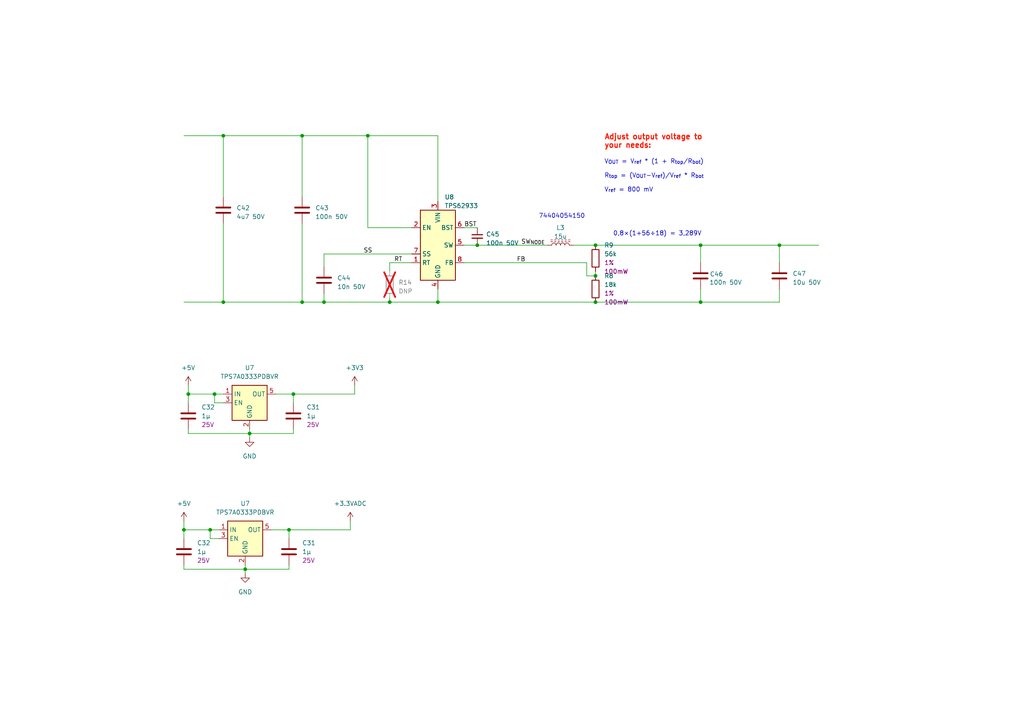
<source format=kicad_sch>
(kicad_sch (version 20230121) (generator eeschema)
  (paper "A4")
  (lib_symbols
    (symbol "Device:C" (pin_numbers hide) (pin_names (offset 0.254))
      (property "Reference" "C" (at 0.635 2.54 0))
      (property "Value" "C" (at 0.635 -2.54 0))
      (symbol "C_0_1"
        (polyline (pts (xy -2.032 -0.762) (xy 2.032 -0.762)) (stroke (width 0.508)))
        (polyline (pts (xy -2.032 0.762) (xy 2.032 0.762)) (stroke (width 0.508)))
      )
      (symbol "C_1_1"
        (pin passive line (at 0 3.81 270) (length 2.794) (name "~") (number "1"))
        (pin passive line (at 0 -3.81 90) (length 2.794) (name "~") (number "2"))
      )
    )
    (symbol "Device:C_Small" (pin_numbers hide) (pin_names (offset 0.254) hide)
      (property "Reference" "C" (at 0.254 1.778 0))
      (property "Value" "C_Small" (at 0.254 -2.032 0))
      (symbol "C_Small_0_1"
        (polyline (pts (xy -1.524 -0.508) (xy 1.524 -0.508)) (stroke (width 0.3302)))
        (polyline (pts (xy -1.524 0.508) (xy 1.524 0.508)) (stroke (width 0.3048)))
      )
      (symbol "C_Small_1_1"
        (pin passive line (at 0 2.54 270) (length 2.032) (name "~") (number "1"))
        (pin passive line (at 0 -2.54 90) (length 2.032) (name "~") (number "2"))
      )
    )
    (symbol "Device:L_Ferrite" (pin_numbers hide) (pin_names (offset 1.016) hide)
      (property "Reference" "L" (at -1.27 0 90))
      (property "Value" "L_Ferrite" (at 2.794 0 90))
      (symbol "L_Ferrite_0_1"
        (arc (start 0 -2.54) (mid 0.6323 -1.905) (end 0 -1.27))
        (arc (start 0 -1.27) (mid 0.6323 -0.635) (end 0 0))
        (polyline (pts (xy 1.016 -2.794) (xy 1.016 -2.286)))
        (polyline (pts (xy 1.016 -1.778) (xy 1.016 -1.27)))
        (polyline (pts (xy 1.016 -0.762) (xy 1.016 -0.254)))
        (polyline (pts (xy 1.016 0.254) (xy 1.016 0.762)))
        (polyline (pts (xy 1.016 1.27) (xy 1.016 1.778)))
        (polyline (pts (xy 1.016 2.286) (xy 1.016 2.794)))
        (polyline (pts (xy 1.524 -2.286) (xy 1.524 -2.794)))
        (polyline (pts (xy 1.524 -1.27) (xy 1.524 -1.778)))
        (polyline (pts (xy 1.524 -0.254) (xy 1.524 -0.762)))
        (polyline (pts (xy 1.524 0.762) (xy 1.524 0.254)))
        (polyline (pts (xy 1.524 1.778) (xy 1.524 1.27)))
        (polyline (pts (xy 1.524 2.794) (xy 1.524 2.286)))
        (arc (start 0 0) (mid 0.6323 0.635) (end 0 1.27))
        (arc (start 0 1.27) (mid 0.6323 1.905) (end 0 2.54))
      )
      (symbol "L_Ferrite_1_1"
        (pin passive line (at 0 3.81 270) (length 1.27) (name "1") (number "1"))
        (pin passive line (at 0 -3.81 90) (length 1.27) (name "2") (number "2"))
      )
    )
    (symbol "Device:R" (pin_numbers hide) (pin_names (offset 0))
      (property "Reference" "R" (at 2.032 0 90))
      (property "Value" "R" (at 0 0 90))
      (symbol "R_0_1"
        (rectangle (start -1.016 -2.54) (end 1.016 2.54) (stroke (width 0.254)))
      )
      (symbol "R_1_1"
        (pin passive line (at 0 3.81 270) (length 1.27) (name "~") (number "1"))
        (pin passive line (at 0 -3.81 90) (length 1.27) (name "~") (number "2"))
      )
    )
    (symbol "ETI_lib:Capacitor_0603/EBS10417" (pin_numbers hide) (pin_names (offset 0.254))
      (property "Reference" "C" (at 0.635 2.54 0))
      (property "Value" "1µ" (at 0.635 -2.54 0))
      (property "Voltage" "25V" (at 0 0 0))
      (symbol "Capacitor_0603/EBS10417_0_1"
        (polyline (pts (xy -2.032 -0.762) (xy 2.032 -0.762)) (stroke (width 0.508)))
        (polyline (pts (xy -2.032 0.762) (xy 2.032 0.762)) (stroke (width 0.508)))
      )
      (symbol "Capacitor_0603/EBS10417_1_1"
        (pin passive line (at 0 3.81 270) (length 2.794) (name "~") (number "1"))
        (pin passive line (at 0 -3.81 90) (length 2.794) (name "~") (number "2"))
      )
    )
    (symbol "ETI_lib:Resistor_0603/EBS12928" (pin_numbers hide) (pin_names (offset 0))
      (property "Reference" "R" (at 2.032 0 90))
      (property "Value" "18k" (at 0 0 90))
      (property "Tolerance" "1%" (at 0 0 0))
      (property "Power" "100mW" (at 0 0 0))
      (symbol "Resistor_0603/EBS12928_0_1"
        (rectangle (start -1.016 -2.54) (end 1.016 2.54) (stroke (width 0.254)))
      )
      (symbol "Resistor_0603/EBS12928_1_1"
        (pin passive line (at 0 3.81 270) (length 1.27) (name "~") (number "1"))
        (pin passive line (at 0 -3.81 90) (length 1.27) (name "~") (number "2"))
      )
    )
    (symbol "ETI_lib:Resistor_0603/EBS12934" (pin_numbers hide) (pin_names (offset 0))
      (property "Reference" "R" (at 2.032 0 90))
      (property "Value" "56k" (at 0 0 90))
      (property "Tolerance" "1%" (at 0 0 0))
      (property "Power" "100mW" (at 0 0 0))
      (symbol "Resistor_0603/EBS12934_0_1"
        (rectangle (start -1.016 -2.54) (end 1.016 2.54) (stroke (width 0.254)))
      )
      (symbol "Resistor_0603/EBS12934_1_1"
        (pin passive line (at 0 3.81 270) (length 1.27) (name "~") (number "1"))
        (pin passive line (at 0 -3.81 90) (length 1.27) (name "~") (number "2"))
      )
    )
    (symbol "Regulator_Linear:TPS7A0533PDBV"
      (property "Reference" "U" (at -3.81 6.35 0))
      (property "Value" "TPS7A0533PDBV" (at 6.35 6.35 0))
      (symbol "TPS7A0533PDBV_0_1"
        (rectangle (start -5.08 -5.08) (end 5.08 5.08) (stroke (width 0.254)) (fill (type background)))
        (pin power_in line (at -7.62 2.54 0) (length 2.54) (name "IN") (number "1"))
        (pin power_in line (at 0 -7.62 90) (length 2.54) (name "GND") (number "2"))
        (pin input line (at -7.62 0 0) (length 2.54) (name "EN") (number "3"))
        (pin no_connect line (at 5.08 0 180) (length 2.54) hide (name "NC") (number "4"))
        (pin power_out line (at 7.62 2.54 180) (length 2.54) (name "OUT") (number "5"))
      )
    )
    (symbol "Regulator_Switching:TPS62933"
      (property "Reference" "U" (at 3.81 10.795 0))
      (property "Value" "TPS62933" (at -8.255 12.065 0))
      (symbol "TPS62933_0_1"
        (rectangle (start -5.08 10.16) (end 5.08 -10.16) (stroke (width 0.254)) (fill (type background)))
      )
      (symbol "TPS62933_1_1"
        (pin passive line (at -7.62 -5.08 0) (length 2.54) (name "RT") (number "1"))
        (pin input line (at -7.62 5.08 0) (length 2.54) (name "EN") (number "2"))
        (pin power_in line (at 0 12.7 270) (length 2.54) (name "VIN") (number "3"))
        (pin power_in line (at 0 -12.7 90) (length 2.54) (name "GND") (number "4"))
        (pin output line (at 7.62 0 180) (length 2.54) (name "SW") (number "5"))
        (pin passive line (at 7.62 5.08 180) (length 2.54) (name "BST") (number "6"))
        (pin passive line (at -7.62 -2.54 0) (length 2.54) (name "SS") (number "7"))
        (pin input line (at 7.62 -5.08 180) (length 2.54) (name "FB") (number "8"))
      )
    )
    (symbol "power:+3.3VADC" (power) (pin_names (offset 0))
      (property "Value" "+3.3VADC" (at 0 2.54 0))
      (symbol "+3.3VADC_0_0"
        (pin power_in line (at 0 0 90) (length 0) hide (name "+3.3VADC") (number "1"))
      )
      (symbol "+3.3VADC_0_1"
        (polyline (pts (xy -0.762 1.27) (xy 0 2.54)))
        (polyline (pts (xy 0 0) (xy 0 2.54)))
        (polyline (pts (xy 0 2.54) (xy 0.762 1.27)))
      )
    )
    (symbol "power:+3V3" (power) (pin_names (offset 0))
      (property "Value" "+3V3" (at 0 3.556 0))
      (symbol "+3V3_0_1"
        (polyline (pts (xy -0.762 1.27) (xy 0 2.54)))
        (polyline (pts (xy 0 0) (xy 0 2.54)))
        (polyline (pts (xy 0 2.54) (xy 0.762 1.27)))
      )
      (symbol "+3V3_1_1"
        (pin power_in line (at 0 0 90) (length 0) hide (name "+3V3") (number "1"))
      )
    )
    (symbol "power:+5V" (power) (pin_names (offset 0))
      (property "Value" "+5V" (at 0 3.556 0))
      (symbol "+5V_0_1"
        (polyline (pts (xy -0.762 1.27) (xy 0 2.54)))
        (polyline (pts (xy 0 0) (xy 0 2.54)))
        (polyline (pts (xy 0 2.54) (xy 0.762 1.27)))
      )
      (symbol "+5V_1_1"
        (pin power_in line (at 0 0 90) (length 0) hide (name "+5V") (number "1"))
      )
    )
    (symbol "power:GND" (power) (pin_names (offset 0))
      (property "Value" "GND" (at 0 -3.81 0))
      (symbol "GND_0_1"
        (polyline (pts (xy 0 0) (xy 0 -1.27) (xy 1.27 -1.27) (xy 0 -2.54) (xy -1.27 -1.27) (xy 0 -1.27)))
      )
      (symbol "GND_1_1"
        (pin power_in line (at 0 0 270) (length 0) hide (name "GND") (number "1"))
      )
    )
  )
  (junction (at 172.72 71.12))
  (junction (at 87.63 87.63))
  (junction (at 64.77 87.63))
  (junction (at 60.96 153.67))
  (junction (at 106.68 39.37))
  (junction (at 226.06 71.12))
  (junction (at 54.61 114.3))
  (junction (at 62.23 114.3))
  (junction (at 138.43 71.12))
  (junction (at 172.72 87.63))
  (junction (at 93.98 87.63))
  (junction (at 203.2 87.63))
  (junction (at 85.09 114.3))
  (junction (at 113.03 87.63))
  (junction (at 172.72 80.01))
  (junction (at 71.12 165.1))
  (junction (at 72.39 125.73))
  (junction (at 53.34 153.67))
  (junction (at 64.77 39.37))
  (junction (at 127 87.63))
  (junction (at 83.82 153.67))
  (junction (at 203.2 71.12))
  (junction (at 87.63 39.37))
  (wire (pts (xy 172.72 71.12) (xy 203.2 71.12)))
  (wire (pts (xy 127 87.63) (xy 172.72 87.63)))
  (wire (pts (xy 113.03 76.2) (xy 113.03 78.74)))
  (wire (pts (xy 127 58.42) (xy 127 39.37)))
  (wire (pts (xy 83.82 153.67) (xy 101.6 153.67)))
  (wire (pts (xy 53.34 153.67) (xy 60.96 153.67)))
  (wire (pts (xy 203.2 83.82) (xy 203.2 87.63)))
  (wire (pts (xy 102.87 111.76) (xy 102.87 114.3)))
  (wire (pts (xy 54.61 111.76) (xy 54.61 114.3)))
  (wire (pts (xy 172.72 78.74) (xy 172.72 80.01)))
  (wire (pts (xy 71.12 163.83) (xy 71.12 165.1)))
  (wire (pts (xy 64.77 39.37) (xy 64.77 57.15)))
  (wire (pts (xy 127 83.82) (xy 127 87.63)))
  (wire (pts (xy 78.74 153.67) (xy 83.82 153.67)))
  (wire (pts (xy 138.43 71.12) (xy 158.75 71.12)))
  (wire (pts (xy 72.39 125.73) (xy 54.61 125.73)))
  (wire (pts (xy 203.2 87.63) (xy 226.06 87.63)))
  (wire (pts (xy 85.09 114.3) (xy 85.09 116.84)))
  (wire (pts (xy 127 39.37) (xy 106.68 39.37)))
  (wire (pts (xy 101.6 151.13) (xy 101.6 153.67)))
  (wire (pts (xy 53.34 156.21) (xy 53.34 153.67)))
  (wire (pts (xy 113.03 87.63) (xy 127 87.63)))
  (wire (pts (xy 72.39 124.46) (xy 72.39 125.73)))
  (wire (pts (xy 62.23 114.3) (xy 64.77 114.3)))
  (wire (pts (xy 87.63 87.63) (xy 93.98 87.63)))
  (wire (pts (xy 134.62 71.12) (xy 138.43 71.12)))
  (wire (pts (xy 226.06 76.2) (xy 226.06 71.12)))
  (wire (pts (xy 93.98 73.66) (xy 119.38 73.66)))
  (wire (pts (xy 203.2 71.12) (xy 226.06 71.12)))
  (wire (pts (xy 62.23 116.84) (xy 62.23 114.3)))
  (wire (pts (xy 54.61 114.3) (xy 62.23 114.3)))
  (wire (pts (xy 60.96 156.21) (xy 60.96 153.67)))
  (wire (pts (xy 93.98 85.09) (xy 93.98 87.63)))
  (wire (pts (xy 64.77 64.77) (xy 64.77 87.63)))
  (wire (pts (xy 166.37 71.12) (xy 172.72 71.12)))
  (wire (pts (xy 134.62 76.2) (xy 170.18 76.2)))
  (wire (pts (xy 60.96 153.67) (xy 63.5 153.67)))
  (wire (pts (xy 53.34 165.1) (xy 53.34 163.83)))
  (wire (pts (xy 64.77 39.37) (xy 87.63 39.37)))
  (wire (pts (xy 113.03 86.36) (xy 113.03 87.63)))
  (wire (pts (xy 87.63 39.37) (xy 87.63 57.15)))
  (wire (pts (xy 106.68 66.04) (xy 119.38 66.04)))
  (wire (pts (xy 87.63 39.37) (xy 106.68 39.37)))
  (wire (pts (xy 203.2 76.2) (xy 203.2 71.12)))
  (wire (pts (xy 53.34 87.63) (xy 64.77 87.63)))
  (wire (pts (xy 83.82 165.1) (xy 71.12 165.1)))
  (wire (pts (xy 72.39 125.73) (xy 72.39 127)))
  (wire (pts (xy 226.06 83.82) (xy 226.06 87.63)))
  (wire (pts (xy 83.82 153.67) (xy 83.82 156.21)))
  (wire (pts (xy 71.12 165.1) (xy 53.34 165.1)))
  (wire (pts (xy 170.18 76.2) (xy 170.18 80.01)))
  (wire (pts (xy 106.68 39.37) (xy 106.68 66.04)))
  (wire (pts (xy 226.06 71.12) (xy 237.49 71.12)))
  (wire (pts (xy 64.77 87.63) (xy 87.63 87.63)))
  (wire (pts (xy 170.18 80.01) (xy 172.72 80.01)))
  (wire (pts (xy 64.77 116.84) (xy 62.23 116.84)))
  (wire (pts (xy 93.98 77.47) (xy 93.98 73.66)))
  (wire (pts (xy 134.62 66.04) (xy 138.43 66.04)))
  (wire (pts (xy 63.5 156.21) (xy 60.96 156.21)))
  (wire (pts (xy 83.82 163.83) (xy 83.82 165.1)))
  (wire (pts (xy 53.34 151.13) (xy 53.34 153.67)))
  (wire (pts (xy 54.61 116.84) (xy 54.61 114.3)))
  (wire (pts (xy 87.63 64.77) (xy 87.63 87.63)))
  (wire (pts (xy 71.12 165.1) (xy 71.12 166.37)))
  (wire (pts (xy 172.72 87.63) (xy 203.2 87.63)))
  (wire (pts (xy 53.34 39.37) (xy 64.77 39.37)))
  (wire (pts (xy 80.01 114.3) (xy 85.09 114.3)))
  (wire (pts (xy 93.98 87.63) (xy 113.03 87.63)))
  (wire (pts (xy 85.09 125.73) (xy 72.39 125.73)))
  (wire (pts (xy 85.09 124.46) (xy 85.09 125.73)))
  (wire (pts (xy 54.61 125.73) (xy 54.61 124.46)))
  (wire (pts (xy 119.38 76.2) (xy 113.03 76.2)))
  (wire (pts (xy 85.09 114.3) (xy 102.87 114.3)))
  (text "0,8×(1+56÷18) = 3,289V" (at 177.8 68.58 0) (effects (font (size 1.27 1.27)) (justify left bottom)))
  (text "Adjust output voltage to\nyour needs:\n" (at 175.26 43.18 0) (effects (font (size 1.524 1.524) (thickness 0.3048) bold) (justify left bottom)))
  (text "V_{OUT} = V_{ref} * (1 + R_{top}/R_{bot})\n\nR_{top} = (V_{OUT}-V_{ref})/V_{ref} * R_{bot}\n\nV_{ref} = 800 mV" (at 175.26 55.88 0) (effects (font (size 1.27 1.27)) (justify left bottom)))
  (text "74404054150" (at 156.21 63.5 0) (effects (font (size 1.27 1.27)) (justify left bottom)))
  (label "FB" (at 149.86 76.2 0))
  (label "BST" (at 134.62 66.04 0))
  (label "RT" (at 114.3 76.2 0))
  (label "SS" (at 105.41 73.66 0))
  (label "SW_{NODE}" (at 151.13 71.12 0))
  (symbol (lib_id "power:+3.3VADC") (at 101.6 151.13 0) (unit 1)
    (property "Reference" "#PWR052" (effects hide))
    (property "Value" "+3.3VADC" (at 101.6 146.05 0))
    (instances (project "PVBatteryInverter_Mainboard" (path "" (reference "#PWR052") (unit 1)) (path "" (reference "#PWR051") (unit 1))))
  )
  (symbol (lib_id "Regulator_Linear:TPS7A0533PDBV") (at 71.12 156.21 0) (unit 1)
    (property "Reference" "U7" (at 71.12 146.05 0))
    (property "Value" "TPS7A0333PDBVR" (at 71.12 148.59 0))
    (property "Footprint" "Package_TO_SOT_SMD:SOT-23-5" (effects hide))
    (property "Datasheet" "https://www.ti.com/lit/ds/symlink/tps7a05.pdf" (effects hide))
  )
  (symbol (lib_id "power:GND") (at 71.12 166.37 0) (unit 1)
    (property "Reference" "#PWR035" (effects hide))
    (property "Value" "GND" (at 71.12 171.704 0))
  )
  (symbol (lib_id "Device:C") (at 64.77 60.96 0) (unit 1)
    (property "Reference" "C42" (at 68.58 60.325 0) (effects (justify left)))
    (property "Value" "4u7 50V" (at 68.58 62.865 0) (effects (justify left)))
    (property "Footprint" "Capacitor_SMD:C_1206_3216Metric" (effects hide))
    (instances (project "PVBatteryInverter_Mainboard" (path "" (reference "C42") (unit 1))) (project "Aux_Buck_Regulator" (path "" (reference "C?") (unit 1))) (project "GaNius_Isolated_Supply" (path "" (reference "C?") (unit 1)) (path "" (reference "C?") (unit 1)) (path "" (reference "C701") (unit 1)) (path "" (reference "C801") (unit 1))))
  )
  (symbol (lib_id "Device:C") (at 226.06 80.01 0) (unit 1)
    (property "Reference" "C47" (at 229.87 79.375 0) (effects (justify left)))
    (property "Value" "10u 50V" (at 229.87 81.915 0) (effects (justify left)))
    (property "Footprint" "Capacitor_SMD:C_1206_3216Metric" (effects hide))
    (instances (project "PVBatteryInverter_Mainboard" (path "" (reference "C47") (unit 1))) (project "Aux_Buck_Regulator" (path "" (reference "C?") (unit 1))) (project "GaNius_Isolated_Supply" (path "" (reference "C?") (unit 1)) (path "" (reference "C?") (unit 1)) (path "" (reference "C706") (unit 1)) (path "" (reference "C806") (unit 1))))
  )
  (symbol (lib_id "power:+5V") (at 54.61 111.76 0) (unit 1)
    (property "Reference" "#PWR025" (effects hide))
    (property "Value" "+5V" (at 54.61 106.68 0))
    (instances (project "PVBatteryInverter_Mainboard" (path "" (reference "#PWR025") (unit 1)) (path "" (reference "#PWR049") (unit 1))))
  )
  (symbol (lib_id "Device:R") (at 113.03 82.55 0) (unit 1) (dnp yes)
    (property "Reference" "R14" (at 115.57 81.915 0) (effects (justify left)))
    (property "Value" "DNP" (at 115.57 84.455 0) (effects (justify left)))
    (property "Footprint" "Resistor_SMD:R_0603_1608Metric" (effects hide))
    (instances (project "PVBatteryInverter_Mainboard" (path "" (reference "R14") (unit 1))) (project "Aux_Buck_Regulator" (path "" (reference "R?") (unit 1))) (project "GaNius_Isolated_Supply" (path "" (reference "R?") (unit 1)) (path "" (reference "R?") (unit 1)) (path "" (reference "R701") (unit 1)) (path "" (reference "R801") (unit 1))))
  )
  (symbol (lib_id "ETI_lib:Resistor_0603/EBS12928") (at 172.72 83.82 0) (unit 1)
    (property "Reference" "R8" (at 175.26 80.01 0) (effects (justify left)))
    (property "Value" "18k" (at 175.26 82.55 0) (effects (justify left)))
    (property "Footprint" "Resistor_SMD:R_0603_1608Metric" (effects hide))
    (property "EBS-URL" "https://ebs.eti.kit.edu/Artikel/12928" (effects hide))
    (property "Tolerance" "1%" (at 175.26 85.09 0) (effects (justify left)))
    (property "Power" "100mW" (at 175.26 87.63 0) (effects (justify left)))
    (property "StoragePosition" "STATIC A/H/40" (effects hide))
    (property "StorageQuantity" "4785" (effects hide))
    (property "LatestOrderId" "ETI SM 20/246" (effects hide))
    (property "LatestOrderDate" "23-05-2020" (effects hide))
    (property "LatestOrderBy" "Stefan Mersche" (effects hide))
    (property "LatestPrice" "0.00175 €" (effects hide))
    (property "LatestOrderQuantity" "5000.00" (effects hide))
  )
  (symbol (lib_id "ETI_lib:Capacitor_0603/EBS10417") (at 54.61 120.65 0) (unit 1)
    (property "Reference" "C32" (at 58.42 118.11 0) (effects (justify left)))
    (property "Value" "1µ" (at 58.42 120.65 0) (effects (justify left)))
    (property "Footprint" "Capacitor_SMD:C_0603_1608Metric" (effects hide))
    (property "EBS-URL" "https://ebs.eti.kit.edu/Artikel/10417" (effects hide))
    (property "Voltage" "25V" (at 58.42 123.19 0) (effects (justify left)))
    (property "Dielectric" "-" (effects hide))
    (property "Tolerance" "10%" (effects hide))
    (property "StoragePosition" "STATIC A/A/28" (effects hide))
    (property "StorageQuantity" "4000" (effects hide))
    (property "LatestOrderId" "ETI FR 22/148" (effects hide))
    (property "LatestOrderDate" "25-02-2022" (effects hide))
    (property "LatestOrderBy" "Nikolas Menger" (effects hide))
    (property "LatestPrice" "0.00659 €" (effects hide))
    (property "LatestOrderQuantity" "4000.00" (effects hide))
    (instances (project "PVBatteryInverter_Mainboard" (path "" (reference "C32") (unit 1)) (path "" (reference "C36") (unit 1))))
  )
  (symbol (lib_id "ETI_lib:Capacitor_0603/EBS10417") (at 85.09 120.65 0) (unit 1)
    (property "Reference" "C31" (at 88.9 118.11 0) (effects (justify left)))
    (property "Value" "1µ" (at 88.9 120.65 0) (effects (justify left)))
    (property "Footprint" "Capacitor_SMD:C_0603_1608Metric" (effects hide))
    (property "EBS-URL" "https://ebs.eti.kit.edu/Artikel/10417" (effects hide))
    (property "Voltage" "25V" (at 88.9 123.19 0) (effects (justify left)))
    (property "Dielectric" "-" (effects hide))
    (property "Tolerance" "10%" (effects hide))
    (property "StoragePosition" "STATIC A/A/28" (effects hide))
    (property "StorageQuantity" "4000" (effects hide))
    (property "LatestOrderId" "ETI FR 22/148" (effects hide))
    (property "LatestOrderDate" "25-02-2022" (effects hide))
    (property "LatestOrderBy" "Nikolas Menger" (effects hide))
    (property "LatestPrice" "0.00659 €" (effects hide))
    (property "LatestOrderQuantity" "4000.00" (effects hide))
    (instances (project "PVBatteryInverter_Mainboard" (path "" (reference "C31") (unit 1)) (path "" (reference "C37") (unit 1))))
  )
  (symbol (lib_id "ETI_lib:Resistor_0603/EBS12934") (at 172.72 74.93 0) (unit 1)
    (property "Reference" "R9" (at 175.26 71.12 0) (effects (justify left)))
    (property "Value" "56k" (at 175.26 73.66 0) (effects (justify left)))
    (property "Footprint" "Resistor_SMD:R_0603_1608Metric" (effects hide))
    (property "EBS-URL" "https://ebs.eti.kit.edu/Artikel/12934" (effects hide))
    (property "Tolerance" "1%" (at 175.26 76.2 0) (effects (justify left)))
    (property "Power" "100mW" (at 175.26 78.74 0) (effects (justify left)))
    (property "StoragePosition" "STATIC A/G/26" (effects hide))
    (property "StorageQuantity" "5000" (effects hide))
    (property "LatestOrderId" "ETI SM 20/246" (effects hide))
    (property "LatestOrderDate" "23-05-2020" (effects hide))
    (property "LatestOrderBy" "Stefan Mersche" (effects hide))
    (property "LatestPrice" "0.00175 €" (effects hide))
    (property "LatestOrderQuantity" "5000.00" (effects hide))
  )
  (symbol (lib_id "Device:L_Ferrite") (at 162.56 71.12 90) (unit 1)
    (property "Reference" "L3" (at 162.56 66.04 90))
    (property "Value" "15u" (at 162.56 68.58 90))
    (property "Footprint" "Inductor_SMD:L_Wuerth_WE-LQS-Typ-5040" (effects hide))
    (instances (project "PVBatteryInverter_Mainboard" (path "" (reference "L3") (unit 1))) (project "Aux_Buck_Regulator" (path "" (reference "L?") (unit 1))) (project "GaNius_Isolated_Supply" (path "" (reference "L?") (unit 1)) (path "" (reference "L?") (unit 1)) (path "" (reference "L701") (unit 1)) (path "" (reference "L801") (unit 1))))
  )
  (symbol (lib_id "ETI_lib:Capacitor_0603/EBS10417") (at 53.34 160.02 0) (unit 1)
    (property "Reference" "C32" (at 57.15 157.48 0) (effects (justify left)))
    (property "Value" "1µ" (at 57.15 160.02 0) (effects (justify left)))
    (property "Footprint" "Capacitor_SMD:C_0603_1608Metric" (effects hide))
    (property "EBS-URL" "https://ebs.eti.kit.edu/Artikel/10417" (effects hide))
    (property "Voltage" "25V" (at 57.15 162.56 0) (effects (justify left)))
    (property "Dielectric" "-" (effects hide))
    (property "Tolerance" "10%" (effects hide))
    (property "StoragePosition" "STATIC A/A/28" (effects hide))
    (property "StorageQuantity" "4000" (effects hide))
    (property "LatestOrderId" "ETI FR 22/148" (effects hide))
    (property "LatestOrderDate" "25-02-2022" (effects hide))
    (property "LatestOrderBy" "Nikolas Menger" (effects hide))
    (property "LatestPrice" "0.00659 €" (effects hide))
    (property "LatestOrderQuantity" "4000.00" (effects hide))
    (instances (project "PVBatteryInverter_Mainboard" (path "" (reference "C32") (unit 1)) (path "" (reference "C31") (unit 1))))
  )
  (symbol (lib_id "Device:C") (at 203.2 80.01 0) (unit 1)
    (property "Reference" "C46" (at 205.867 79.502 0) (effects (justify left)))
    (property "Value" "100n 50V" (at 205.74 81.915 0) (effects (justify left)))
    (property "Footprint" "Capacitor_SMD:C_0603_1608Metric" (effects hide))
    (instances (project "PVBatteryInverter_Mainboard" (path "" (reference "C46") (unit 1))) (project "Aux_Buck_Regulator" (path "" (reference "C?") (unit 1))) (project "GaNius_Isolated_Supply" (path "" (reference "C?") (unit 1)) (path "" (reference "C?") (unit 1)) (path "" (reference "C705") (unit 1)) (path "" (reference "C805") (unit 1))))
  )
  (symbol (lib_id "Device:C") (at 93.98 81.28 0) (unit 1)
    (property "Reference" "C44" (at 97.79 80.645 0) (effects (justify left)))
    (property "Value" "10n 50V" (at 97.79 83.185 0) (effects (justify left)))
    (property "Footprint" "Capacitor_SMD:C_0603_1608Metric" (effects hide))
    (instances (project "PVBatteryInverter_Mainboard" (path "" (reference "C44") (unit 1))) (project "Aux_Buck_Regulator" (path "" (reference "C?") (unit 1))) (project "GaNius_Isolated_Supply" (path "" (reference "C?") (unit 1)) (path "" (reference "C?") (unit 1)) (path "" (reference "C703") (unit 1)) (path "" (reference "C803") (unit 1))))
  )
  (symbol (lib_id "power:+3V3") (at 102.87 111.76 0) (unit 1)
    (property "Reference" "#PWR053" (effects hide))
    (property "Value" "+3V3" (at 102.87 106.68 0))
  )
  (symbol (lib_id "power:+5V") (at 53.34 151.13 0) (unit 1)
    (property "Reference" "#PWR025" (effects hide))
    (property "Value" "+5V" (at 53.34 146.05 0))
    (instances (project "PVBatteryInverter_Mainboard" (path "" (reference "#PWR025") (unit 1)) (path "" (reference "#PWR050") (unit 1))))
  )
  (symbol (lib_id "Device:C_Small") (at 138.43 68.58 0) (unit 1)
    (property "Reference" "C45" (at 140.97 67.9513 0) (effects (justify left)))
    (property "Value" "100n 50V" (at 140.97 70.4913 0) (effects (justify left)))
    (property "Footprint" "Capacitor_SMD:C_0603_1608Metric" (effects hide))
    (instances (project "PVBatteryInverter_Mainboard" (path "" (reference "C45") (unit 1))) (project "Aux_Buck_Regulator" (path "" (reference "C?") (unit 1))) (project "GaNius_Isolated_Supply" (path "" (reference "C?") (unit 1)) (path "" (reference "C?") (unit 1)) (path "" (reference "C704") (unit 1)) (path "" (reference "C804") (unit 1))))
  )
  (symbol (lib_id "Regulator_Linear:TPS7A0533PDBV") (at 72.39 116.84 0) (unit 1)
    (property "Reference" "U7" (at 72.39 106.68 0))
    (property "Value" "TPS7A0333PDBVR" (at 72.39 109.22 0))
    (property "Footprint" "Package_TO_SOT_SMD:SOT-23-5" (effects hide))
    (property "Datasheet" "https://www.ti.com/lit/ds/symlink/tps7a05.pdf" (effects hide))
    (instances (project "PVBatteryInverter_Mainboard" (path "" (reference "U7") (unit 1)) (path "" (reference "U9") (unit 1))))
  )
  (symbol (lib_id "power:GND") (at 72.39 127 0) (unit 1)
    (property "Reference" "#PWR035" (effects hide))
    (property "Value" "GND" (at 72.39 132.334 0))
    (instances (project "PVBatteryInverter_Mainboard" (path "" (reference "#PWR035") (unit 1)) (path "" (reference "#PWR047") (unit 1))))
  )
  (symbol (lib_id "Regulator_Switching:TPS62933") (at 127 71.12 0) (unit 1)
    (property "Reference" "U8" (at 128.9559 57.15 0) (effects (justify left)))
    (property "Value" "TPS62933" (at 128.9559 59.69 0) (effects (justify left)))
    (property "Footprint" "Package_TO_SOT_SMD:SOT-583-8" (effects hide))
    (property "Datasheet" "https://www.ti.com/lit/ds/symlink/tps62933.pdf" (effects hide))
    (instances (project "PVBatteryInverter_Mainboard" (path "" (reference "U8") (unit 1))) (project "Aux_Buck_Regulator" (path "" (reference "U?") (unit 1))) (project "GaNius_Isolated_Supply" (path "" (reference "U?") (unit 1)) (path "" (reference "U?") (unit 1)) (path "" (reference "U701") (unit 1)) (path "" (reference "U801") (unit 1))))
  )
  (symbol (lib_id "ETI_lib:Capacitor_0603/EBS10417") (at 83.82 160.02 0) (unit 1)
    (property "Reference" "C31" (at 87.63 157.48 0) (effects (justify left)))
    (property "Value" "1µ" (at 87.63 160.02 0) (effects (justify left)))
    (property "Footprint" "Capacitor_SMD:C_0603_1608Metric" (effects hide))
    (property "EBS-URL" "https://ebs.eti.kit.edu/Artikel/10417" (effects hide))
    (property "Voltage" "25V" (at 87.63 162.56 0) (effects (justify left)))
    (property "Dielectric" "-" (effects hide))
    (property "Tolerance" "10%" (effects hide))
    (property "StoragePosition" "STATIC A/A/28" (effects hide))
    (property "StorageQuantity" "4000" (effects hide))
    (property "LatestOrderId" "ETI FR 22/148" (effects hide))
    (property "LatestOrderDate" "25-02-2022" (effects hide))
    (property "LatestOrderBy" "Nikolas Menger" (effects hide))
    (property "LatestPrice" "0.00659 €" (effects hide))
    (property "LatestOrderQuantity" "4000.00" (effects hide))
    (instances (project "PVBatteryInverter_Mainboard" (path "" (reference "C31") (unit 1)) (path "" (reference "C32") (unit 1))))
  )
  (symbol (lib_id "Device:C") (at 87.63 60.96 0) (unit 1)
    (property "Reference" "C43" (at 91.44 60.325 0) (effects (justify left)))
    (property "Value" "100n 50V" (at 91.44 62.865 0) (effects (justify left)))
    (property "Footprint" "Capacitor_SMD:C_0603_1608Metric" (effects hide))
    (instances (project "PVBatteryInverter_Mainboard" (path "" (reference "C43") (unit 1))) (project "Aux_Buck_Regulator" (path "" (reference "C?") (unit 1))) (project "GaNius_Isolated_Supply" (path "" (reference "C?") (unit 1)) (path "" (reference "C?") (unit 1)) (path "" (reference "C702") (unit 1)) (path "" (reference "C802") (unit 1))))
  )
)
</source>
